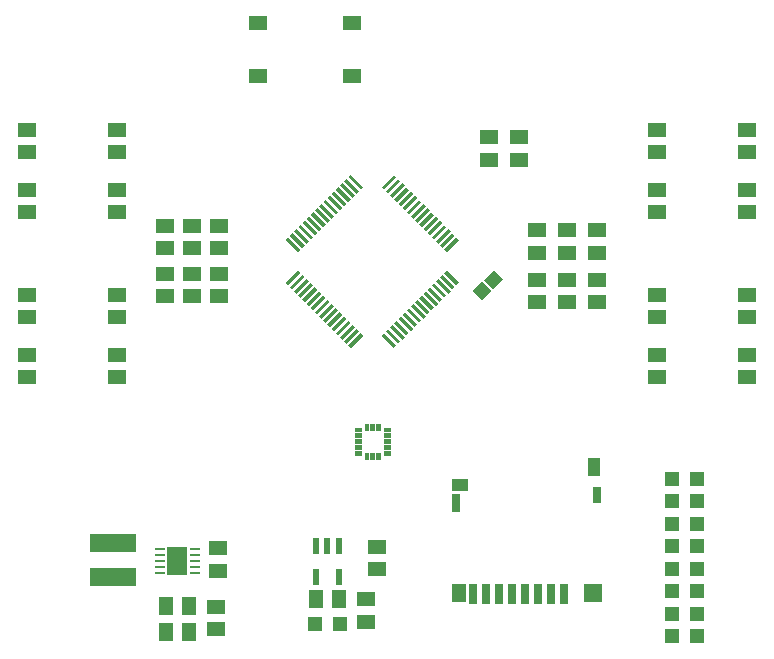
<source format=gbr>
G04 EAGLE Gerber RS-274X export*
G75*
%MOMM*%
%FSLAX34Y34*%
%LPD*%
%INSolderpaste Top*%
%IPPOS*%
%AMOC8*
5,1,8,0,0,1.08239X$1,22.5*%
G01*
%ADD10R,1.475000X0.300000*%
%ADD11R,0.700000X1.750000*%
%ADD12R,1.300000X1.500000*%
%ADD13R,1.500000X1.500000*%
%ADD14R,0.800000X1.500000*%
%ADD15R,1.450000X1.000000*%
%ADD16R,0.800000X1.400000*%
%ADD17R,1.000000X1.550000*%
%ADD18R,1.500000X1.300000*%
%ADD19R,1.550000X1.300000*%
%ADD20R,1.200000X1.200000*%
%ADD21R,0.508000X1.320800*%
%ADD22C,0.031500*%
%ADD23R,0.812800X0.254000*%
%ADD24R,1.752600X2.489200*%
%ADD25R,3.900000X1.600000*%
%ADD26R,1.092200X1.167350*%


D10*
G36*
X416415Y340103D02*
X426844Y350532D01*
X428965Y348411D01*
X418536Y337982D01*
X416415Y340103D01*
G37*
G36*
X412880Y343639D02*
X423309Y354068D01*
X425430Y351947D01*
X415001Y341518D01*
X412880Y343639D01*
G37*
G36*
X409344Y347174D02*
X419773Y357603D01*
X421894Y355482D01*
X411465Y345053D01*
X409344Y347174D01*
G37*
G36*
X405809Y350710D02*
X416238Y361139D01*
X418359Y359018D01*
X407930Y348589D01*
X405809Y350710D01*
G37*
G36*
X402273Y354245D02*
X412702Y364674D01*
X414823Y362553D01*
X404394Y352124D01*
X402273Y354245D01*
G37*
G36*
X398738Y357781D02*
X409167Y368210D01*
X411288Y366089D01*
X400859Y355660D01*
X398738Y357781D01*
G37*
G36*
X395202Y361316D02*
X405631Y371745D01*
X407752Y369624D01*
X397323Y359195D01*
X395202Y361316D01*
G37*
G36*
X391667Y364852D02*
X402096Y375281D01*
X404217Y373160D01*
X393788Y362731D01*
X391667Y364852D01*
G37*
G36*
X388131Y368388D02*
X398560Y378817D01*
X400681Y376696D01*
X390252Y366267D01*
X388131Y368388D01*
G37*
G36*
X384595Y371923D02*
X395024Y382352D01*
X397145Y380231D01*
X386716Y369802D01*
X384595Y371923D01*
G37*
G36*
X381060Y375459D02*
X391489Y385888D01*
X393610Y383767D01*
X383181Y373338D01*
X381060Y375459D01*
G37*
G36*
X377524Y378994D02*
X387953Y389423D01*
X390074Y387302D01*
X379645Y376873D01*
X377524Y378994D01*
G37*
G36*
X373989Y382530D02*
X384418Y392959D01*
X386539Y390838D01*
X376110Y380409D01*
X373989Y382530D01*
G37*
G36*
X370453Y386065D02*
X380882Y396494D01*
X383003Y394373D01*
X372574Y383944D01*
X370453Y386065D01*
G37*
G36*
X366918Y389601D02*
X377347Y400030D01*
X379468Y397909D01*
X369039Y387480D01*
X366918Y389601D01*
G37*
G36*
X363382Y393136D02*
X373811Y403565D01*
X375932Y401444D01*
X365503Y391015D01*
X363382Y393136D01*
G37*
G36*
X345697Y391015D02*
X335268Y401444D01*
X337389Y403565D01*
X347818Y393136D01*
X345697Y391015D01*
G37*
G36*
X342161Y387480D02*
X331732Y397909D01*
X333853Y400030D01*
X344282Y389601D01*
X342161Y387480D01*
G37*
G36*
X338626Y383944D02*
X328197Y394373D01*
X330318Y396494D01*
X340747Y386065D01*
X338626Y383944D01*
G37*
G36*
X335090Y380409D02*
X324661Y390838D01*
X326782Y392959D01*
X337211Y382530D01*
X335090Y380409D01*
G37*
G36*
X331555Y376873D02*
X321126Y387302D01*
X323247Y389423D01*
X333676Y378994D01*
X331555Y376873D01*
G37*
G36*
X328019Y373338D02*
X317590Y383767D01*
X319711Y385888D01*
X330140Y375459D01*
X328019Y373338D01*
G37*
G36*
X324484Y369802D02*
X314055Y380231D01*
X316176Y382352D01*
X326605Y371923D01*
X324484Y369802D01*
G37*
G36*
X320948Y366267D02*
X310519Y376696D01*
X312640Y378817D01*
X323069Y368388D01*
X320948Y366267D01*
G37*
G36*
X317412Y362731D02*
X306983Y373160D01*
X309104Y375281D01*
X319533Y364852D01*
X317412Y362731D01*
G37*
G36*
X313877Y359195D02*
X303448Y369624D01*
X305569Y371745D01*
X315998Y361316D01*
X313877Y359195D01*
G37*
G36*
X310341Y355660D02*
X299912Y366089D01*
X302033Y368210D01*
X312462Y357781D01*
X310341Y355660D01*
G37*
G36*
X306806Y352124D02*
X296377Y362553D01*
X298498Y364674D01*
X308927Y354245D01*
X306806Y352124D01*
G37*
G36*
X303270Y348589D02*
X292841Y359018D01*
X294962Y361139D01*
X305391Y350710D01*
X303270Y348589D01*
G37*
G36*
X299735Y345053D02*
X289306Y355482D01*
X291427Y357603D01*
X301856Y347174D01*
X299735Y345053D01*
G37*
G36*
X296199Y341518D02*
X285770Y351947D01*
X287891Y354068D01*
X298320Y343639D01*
X296199Y341518D01*
G37*
G36*
X292664Y337982D02*
X282235Y348411D01*
X284356Y350532D01*
X294785Y340103D01*
X292664Y337982D01*
G37*
G36*
X282235Y311989D02*
X292664Y322418D01*
X294785Y320297D01*
X284356Y309868D01*
X282235Y311989D01*
G37*
G36*
X285770Y308453D02*
X296199Y318882D01*
X298320Y316761D01*
X287891Y306332D01*
X285770Y308453D01*
G37*
G36*
X289306Y304918D02*
X299735Y315347D01*
X301856Y313226D01*
X291427Y302797D01*
X289306Y304918D01*
G37*
G36*
X292841Y301382D02*
X303270Y311811D01*
X305391Y309690D01*
X294962Y299261D01*
X292841Y301382D01*
G37*
G36*
X296377Y297847D02*
X306806Y308276D01*
X308927Y306155D01*
X298498Y295726D01*
X296377Y297847D01*
G37*
G36*
X299912Y294311D02*
X310341Y304740D01*
X312462Y302619D01*
X302033Y292190D01*
X299912Y294311D01*
G37*
G36*
X303448Y290776D02*
X313877Y301205D01*
X315998Y299084D01*
X305569Y288655D01*
X303448Y290776D01*
G37*
G36*
X306983Y287240D02*
X317412Y297669D01*
X319533Y295548D01*
X309104Y285119D01*
X306983Y287240D01*
G37*
G36*
X310519Y283704D02*
X320948Y294133D01*
X323069Y292012D01*
X312640Y281583D01*
X310519Y283704D01*
G37*
G36*
X314055Y280169D02*
X324484Y290598D01*
X326605Y288477D01*
X316176Y278048D01*
X314055Y280169D01*
G37*
G36*
X317590Y276633D02*
X328019Y287062D01*
X330140Y284941D01*
X319711Y274512D01*
X317590Y276633D01*
G37*
G36*
X321126Y273098D02*
X331555Y283527D01*
X333676Y281406D01*
X323247Y270977D01*
X321126Y273098D01*
G37*
G36*
X324661Y269562D02*
X335090Y279991D01*
X337211Y277870D01*
X326782Y267441D01*
X324661Y269562D01*
G37*
G36*
X328197Y266027D02*
X338626Y276456D01*
X340747Y274335D01*
X330318Y263906D01*
X328197Y266027D01*
G37*
G36*
X331732Y262491D02*
X342161Y272920D01*
X344282Y270799D01*
X333853Y260370D01*
X331732Y262491D01*
G37*
G36*
X335268Y258956D02*
X345697Y269385D01*
X347818Y267264D01*
X337389Y256835D01*
X335268Y258956D01*
G37*
G36*
X373811Y256835D02*
X363382Y267264D01*
X365503Y269385D01*
X375932Y258956D01*
X373811Y256835D01*
G37*
G36*
X377347Y260370D02*
X366918Y270799D01*
X369039Y272920D01*
X379468Y262491D01*
X377347Y260370D01*
G37*
G36*
X380882Y263906D02*
X370453Y274335D01*
X372574Y276456D01*
X383003Y266027D01*
X380882Y263906D01*
G37*
G36*
X384418Y267441D02*
X373989Y277870D01*
X376110Y279991D01*
X386539Y269562D01*
X384418Y267441D01*
G37*
G36*
X387953Y270977D02*
X377524Y281406D01*
X379645Y283527D01*
X390074Y273098D01*
X387953Y270977D01*
G37*
G36*
X391489Y274512D02*
X381060Y284941D01*
X383181Y287062D01*
X393610Y276633D01*
X391489Y274512D01*
G37*
G36*
X395024Y278048D02*
X384595Y288477D01*
X386716Y290598D01*
X397145Y280169D01*
X395024Y278048D01*
G37*
G36*
X398560Y281583D02*
X388131Y292012D01*
X390252Y294133D01*
X400681Y283704D01*
X398560Y281583D01*
G37*
G36*
X402096Y285119D02*
X391667Y295548D01*
X393788Y297669D01*
X404217Y287240D01*
X402096Y285119D01*
G37*
G36*
X405631Y288655D02*
X395202Y299084D01*
X397323Y301205D01*
X407752Y290776D01*
X405631Y288655D01*
G37*
G36*
X409167Y292190D02*
X398738Y302619D01*
X400859Y304740D01*
X411288Y294311D01*
X409167Y292190D01*
G37*
G36*
X412702Y295726D02*
X402273Y306155D01*
X404394Y308276D01*
X414823Y297847D01*
X412702Y295726D01*
G37*
G36*
X416238Y299261D02*
X405809Y309690D01*
X407930Y311811D01*
X418359Y301382D01*
X416238Y299261D01*
G37*
G36*
X419773Y302797D02*
X409344Y313226D01*
X411465Y315347D01*
X421894Y304918D01*
X419773Y302797D01*
G37*
G36*
X423309Y306332D02*
X412880Y316761D01*
X415001Y318882D01*
X425430Y308453D01*
X423309Y306332D01*
G37*
G36*
X426844Y309868D02*
X416415Y320297D01*
X418536Y322418D01*
X428965Y311989D01*
X426844Y309868D01*
G37*
D11*
X485140Y48260D03*
X474140Y48260D03*
X463140Y48260D03*
X452140Y48260D03*
X441140Y48260D03*
X496140Y48260D03*
X507140Y48260D03*
X518140Y48260D03*
D12*
X429140Y49510D03*
D13*
X542640Y49510D03*
D14*
X426640Y125510D03*
D15*
X429890Y140510D03*
D16*
X546140Y132010D03*
D17*
X543640Y156260D03*
D18*
X546100Y295300D03*
X546100Y314300D03*
X520700Y356210D03*
X520700Y337210D03*
X520700Y295300D03*
X520700Y314300D03*
X495300Y356210D03*
X495300Y337210D03*
X495300Y295300D03*
X495300Y314300D03*
X226060Y360020D03*
X226060Y341020D03*
X226060Y300380D03*
X226060Y319380D03*
X203200Y360020D03*
X203200Y341020D03*
X203200Y300380D03*
X203200Y319380D03*
X180340Y360020D03*
X180340Y341020D03*
X180340Y300380D03*
X180340Y319380D03*
X546100Y356210D03*
X546100Y337210D03*
D19*
X338200Y531770D03*
X258700Y531770D03*
X338200Y486770D03*
X258700Y486770D03*
D20*
X630260Y146050D03*
X609260Y146050D03*
X630260Y127000D03*
X609260Y127000D03*
X630260Y107950D03*
X609260Y107950D03*
X630260Y88900D03*
X609260Y88900D03*
X630260Y69850D03*
X609260Y69850D03*
X630260Y50800D03*
X609260Y50800D03*
X630260Y31750D03*
X609260Y31750D03*
X630260Y12700D03*
X609260Y12700D03*
D18*
X63500Y371500D03*
X63500Y390500D03*
X63500Y422300D03*
X63500Y441300D03*
X139700Y371500D03*
X139700Y390500D03*
X139700Y422300D03*
X139700Y441300D03*
X63500Y231800D03*
X63500Y250800D03*
X63500Y282600D03*
X63500Y301600D03*
X139700Y231800D03*
X139700Y250800D03*
X139700Y282600D03*
X139700Y301600D03*
X673100Y371500D03*
X673100Y390500D03*
X673100Y422300D03*
X673100Y441300D03*
X596900Y371500D03*
X596900Y390500D03*
X596900Y422300D03*
X596900Y441300D03*
X673100Y231800D03*
X673100Y250800D03*
X673100Y282600D03*
X673100Y301600D03*
X596900Y231800D03*
X596900Y250800D03*
X596900Y282600D03*
X596900Y301600D03*
X480060Y415950D03*
X480060Y434950D03*
X454660Y415950D03*
X454660Y434950D03*
X350520Y24790D03*
X350520Y43790D03*
D12*
X308000Y44450D03*
X327000Y44450D03*
D21*
X327000Y89154D03*
X317500Y89154D03*
X308000Y89154D03*
X308000Y63246D03*
X327000Y63246D03*
D20*
X328000Y22860D03*
X307000Y22860D03*
D18*
X359410Y88240D03*
X359410Y69240D03*
D22*
X365307Y169393D02*
X370293Y169393D01*
X370293Y166207D01*
X365307Y166207D01*
X365307Y169393D01*
X365307Y166506D02*
X370293Y166506D01*
X370293Y166805D02*
X365307Y166805D01*
X365307Y167104D02*
X370293Y167104D01*
X370293Y167403D02*
X365307Y167403D01*
X365307Y167702D02*
X370293Y167702D01*
X370293Y168001D02*
X365307Y168001D01*
X365307Y168300D02*
X370293Y168300D01*
X370293Y168599D02*
X365307Y168599D01*
X365307Y168898D02*
X370293Y168898D01*
X370293Y169197D02*
X365307Y169197D01*
X365307Y174393D02*
X370293Y174393D01*
X370293Y171207D01*
X365307Y171207D01*
X365307Y174393D01*
X365307Y171506D02*
X370293Y171506D01*
X370293Y171805D02*
X365307Y171805D01*
X365307Y172104D02*
X370293Y172104D01*
X370293Y172403D02*
X365307Y172403D01*
X365307Y172702D02*
X370293Y172702D01*
X370293Y173001D02*
X365307Y173001D01*
X365307Y173300D02*
X370293Y173300D01*
X370293Y173599D02*
X365307Y173599D01*
X365307Y173898D02*
X370293Y173898D01*
X370293Y174197D02*
X365307Y174197D01*
X365307Y179393D02*
X370293Y179393D01*
X370293Y176207D01*
X365307Y176207D01*
X365307Y179393D01*
X365307Y176506D02*
X370293Y176506D01*
X370293Y176805D02*
X365307Y176805D01*
X365307Y177104D02*
X370293Y177104D01*
X370293Y177403D02*
X365307Y177403D01*
X365307Y177702D02*
X370293Y177702D01*
X370293Y178001D02*
X365307Y178001D01*
X365307Y178300D02*
X370293Y178300D01*
X370293Y178599D02*
X365307Y178599D01*
X365307Y178898D02*
X370293Y178898D01*
X370293Y179197D02*
X365307Y179197D01*
X365307Y184393D02*
X370293Y184393D01*
X370293Y181207D01*
X365307Y181207D01*
X365307Y184393D01*
X365307Y181506D02*
X370293Y181506D01*
X370293Y181805D02*
X365307Y181805D01*
X365307Y182104D02*
X370293Y182104D01*
X370293Y182403D02*
X365307Y182403D01*
X365307Y182702D02*
X370293Y182702D01*
X370293Y183001D02*
X365307Y183001D01*
X365307Y183300D02*
X370293Y183300D01*
X370293Y183599D02*
X365307Y183599D01*
X365307Y183898D02*
X370293Y183898D01*
X370293Y184197D02*
X365307Y184197D01*
X365307Y189393D02*
X370293Y189393D01*
X370293Y186207D01*
X365307Y186207D01*
X365307Y189393D01*
X365307Y186506D02*
X370293Y186506D01*
X370293Y186805D02*
X365307Y186805D01*
X365307Y187104D02*
X370293Y187104D01*
X370293Y187403D02*
X365307Y187403D01*
X365307Y187702D02*
X370293Y187702D01*
X370293Y188001D02*
X365307Y188001D01*
X365307Y188300D02*
X370293Y188300D01*
X370293Y188599D02*
X365307Y188599D01*
X365307Y188898D02*
X370293Y188898D01*
X370293Y189197D02*
X365307Y189197D01*
X359007Y187507D02*
X359007Y192493D01*
X362193Y192493D01*
X362193Y187507D01*
X359007Y187507D01*
X359007Y187806D02*
X362193Y187806D01*
X362193Y188105D02*
X359007Y188105D01*
X359007Y188404D02*
X362193Y188404D01*
X362193Y188703D02*
X359007Y188703D01*
X359007Y189002D02*
X362193Y189002D01*
X362193Y189301D02*
X359007Y189301D01*
X359007Y189600D02*
X362193Y189600D01*
X362193Y189899D02*
X359007Y189899D01*
X359007Y190198D02*
X362193Y190198D01*
X362193Y190497D02*
X359007Y190497D01*
X359007Y190796D02*
X362193Y190796D01*
X362193Y191095D02*
X359007Y191095D01*
X359007Y191394D02*
X362193Y191394D01*
X362193Y191693D02*
X359007Y191693D01*
X359007Y191992D02*
X362193Y191992D01*
X362193Y192291D02*
X359007Y192291D01*
X354007Y192493D02*
X354007Y187507D01*
X354007Y192493D02*
X357193Y192493D01*
X357193Y187507D01*
X354007Y187507D01*
X354007Y187806D02*
X357193Y187806D01*
X357193Y188105D02*
X354007Y188105D01*
X354007Y188404D02*
X357193Y188404D01*
X357193Y188703D02*
X354007Y188703D01*
X354007Y189002D02*
X357193Y189002D01*
X357193Y189301D02*
X354007Y189301D01*
X354007Y189600D02*
X357193Y189600D01*
X357193Y189899D02*
X354007Y189899D01*
X354007Y190198D02*
X357193Y190198D01*
X357193Y190497D02*
X354007Y190497D01*
X354007Y190796D02*
X357193Y190796D01*
X357193Y191095D02*
X354007Y191095D01*
X354007Y191394D02*
X357193Y191394D01*
X357193Y191693D02*
X354007Y191693D01*
X354007Y191992D02*
X357193Y191992D01*
X357193Y192291D02*
X354007Y192291D01*
X349007Y192493D02*
X349007Y187507D01*
X349007Y192493D02*
X352193Y192493D01*
X352193Y187507D01*
X349007Y187507D01*
X349007Y187806D02*
X352193Y187806D01*
X352193Y188105D02*
X349007Y188105D01*
X349007Y188404D02*
X352193Y188404D01*
X352193Y188703D02*
X349007Y188703D01*
X349007Y189002D02*
X352193Y189002D01*
X352193Y189301D02*
X349007Y189301D01*
X349007Y189600D02*
X352193Y189600D01*
X352193Y189899D02*
X349007Y189899D01*
X349007Y190198D02*
X352193Y190198D01*
X352193Y190497D02*
X349007Y190497D01*
X349007Y190796D02*
X352193Y190796D01*
X352193Y191095D02*
X349007Y191095D01*
X349007Y191394D02*
X352193Y191394D01*
X352193Y191693D02*
X349007Y191693D01*
X349007Y191992D02*
X352193Y191992D01*
X352193Y192291D02*
X349007Y192291D01*
X345893Y186207D02*
X340907Y186207D01*
X340907Y189393D01*
X345893Y189393D01*
X345893Y186207D01*
X345893Y186506D02*
X340907Y186506D01*
X340907Y186805D02*
X345893Y186805D01*
X345893Y187104D02*
X340907Y187104D01*
X340907Y187403D02*
X345893Y187403D01*
X345893Y187702D02*
X340907Y187702D01*
X340907Y188001D02*
X345893Y188001D01*
X345893Y188300D02*
X340907Y188300D01*
X340907Y188599D02*
X345893Y188599D01*
X345893Y188898D02*
X340907Y188898D01*
X340907Y189197D02*
X345893Y189197D01*
X345893Y181207D02*
X340907Y181207D01*
X340907Y184393D01*
X345893Y184393D01*
X345893Y181207D01*
X345893Y181506D02*
X340907Y181506D01*
X340907Y181805D02*
X345893Y181805D01*
X345893Y182104D02*
X340907Y182104D01*
X340907Y182403D02*
X345893Y182403D01*
X345893Y182702D02*
X340907Y182702D01*
X340907Y183001D02*
X345893Y183001D01*
X345893Y183300D02*
X340907Y183300D01*
X340907Y183599D02*
X345893Y183599D01*
X345893Y183898D02*
X340907Y183898D01*
X340907Y184197D02*
X345893Y184197D01*
X345893Y176207D02*
X340907Y176207D01*
X340907Y179393D01*
X345893Y179393D01*
X345893Y176207D01*
X345893Y176506D02*
X340907Y176506D01*
X340907Y176805D02*
X345893Y176805D01*
X345893Y177104D02*
X340907Y177104D01*
X340907Y177403D02*
X345893Y177403D01*
X345893Y177702D02*
X340907Y177702D01*
X340907Y178001D02*
X345893Y178001D01*
X345893Y178300D02*
X340907Y178300D01*
X340907Y178599D02*
X345893Y178599D01*
X345893Y178898D02*
X340907Y178898D01*
X340907Y179197D02*
X345893Y179197D01*
X345893Y171207D02*
X340907Y171207D01*
X340907Y174393D01*
X345893Y174393D01*
X345893Y171207D01*
X345893Y171506D02*
X340907Y171506D01*
X340907Y171805D02*
X345893Y171805D01*
X345893Y172104D02*
X340907Y172104D01*
X340907Y172403D02*
X345893Y172403D01*
X345893Y172702D02*
X340907Y172702D01*
X340907Y173001D02*
X345893Y173001D01*
X345893Y173300D02*
X340907Y173300D01*
X340907Y173599D02*
X345893Y173599D01*
X345893Y173898D02*
X340907Y173898D01*
X340907Y174197D02*
X345893Y174197D01*
X345893Y166207D02*
X340907Y166207D01*
X340907Y169393D01*
X345893Y169393D01*
X345893Y166207D01*
X345893Y166506D02*
X340907Y166506D01*
X340907Y166805D02*
X345893Y166805D01*
X345893Y167104D02*
X340907Y167104D01*
X340907Y167403D02*
X345893Y167403D01*
X345893Y167702D02*
X340907Y167702D01*
X340907Y168001D02*
X345893Y168001D01*
X345893Y168300D02*
X340907Y168300D01*
X340907Y168599D02*
X345893Y168599D01*
X345893Y168898D02*
X340907Y168898D01*
X340907Y169197D02*
X345893Y169197D01*
X352193Y168093D02*
X352193Y163107D01*
X349007Y163107D01*
X349007Y168093D01*
X352193Y168093D01*
X352193Y163406D02*
X349007Y163406D01*
X349007Y163705D02*
X352193Y163705D01*
X352193Y164004D02*
X349007Y164004D01*
X349007Y164303D02*
X352193Y164303D01*
X352193Y164602D02*
X349007Y164602D01*
X349007Y164901D02*
X352193Y164901D01*
X352193Y165200D02*
X349007Y165200D01*
X349007Y165499D02*
X352193Y165499D01*
X352193Y165798D02*
X349007Y165798D01*
X349007Y166097D02*
X352193Y166097D01*
X352193Y166396D02*
X349007Y166396D01*
X349007Y166695D02*
X352193Y166695D01*
X352193Y166994D02*
X349007Y166994D01*
X349007Y167293D02*
X352193Y167293D01*
X352193Y167592D02*
X349007Y167592D01*
X349007Y167891D02*
X352193Y167891D01*
X357193Y168093D02*
X357193Y163107D01*
X354007Y163107D01*
X354007Y168093D01*
X357193Y168093D01*
X357193Y163406D02*
X354007Y163406D01*
X354007Y163705D02*
X357193Y163705D01*
X357193Y164004D02*
X354007Y164004D01*
X354007Y164303D02*
X357193Y164303D01*
X357193Y164602D02*
X354007Y164602D01*
X354007Y164901D02*
X357193Y164901D01*
X357193Y165200D02*
X354007Y165200D01*
X354007Y165499D02*
X357193Y165499D01*
X357193Y165798D02*
X354007Y165798D01*
X354007Y166097D02*
X357193Y166097D01*
X357193Y166396D02*
X354007Y166396D01*
X354007Y166695D02*
X357193Y166695D01*
X357193Y166994D02*
X354007Y166994D01*
X354007Y167293D02*
X357193Y167293D01*
X357193Y167592D02*
X354007Y167592D01*
X354007Y167891D02*
X357193Y167891D01*
X362193Y168093D02*
X362193Y163107D01*
X359007Y163107D01*
X359007Y168093D01*
X362193Y168093D01*
X362193Y163406D02*
X359007Y163406D01*
X359007Y163705D02*
X362193Y163705D01*
X362193Y164004D02*
X359007Y164004D01*
X359007Y164303D02*
X362193Y164303D01*
X362193Y164602D02*
X359007Y164602D01*
X359007Y164901D02*
X362193Y164901D01*
X362193Y165200D02*
X359007Y165200D01*
X359007Y165499D02*
X362193Y165499D01*
X362193Y165798D02*
X359007Y165798D01*
X359007Y166097D02*
X362193Y166097D01*
X362193Y166396D02*
X359007Y166396D01*
X359007Y166695D02*
X362193Y166695D01*
X362193Y166994D02*
X359007Y166994D01*
X359007Y167293D02*
X362193Y167293D01*
X362193Y167592D02*
X359007Y167592D01*
X359007Y167891D02*
X362193Y167891D01*
D23*
X205232Y66197D03*
X205232Y71199D03*
X205232Y76200D03*
X205232Y81201D03*
X205232Y86203D03*
X175768Y86203D03*
X175768Y81201D03*
X175768Y76200D03*
X175768Y71199D03*
X175768Y66197D03*
D24*
X190500Y76200D03*
D18*
X224790Y86970D03*
X224790Y67970D03*
D12*
X181000Y16510D03*
X200000Y16510D03*
D18*
X223520Y18440D03*
X223520Y37440D03*
D12*
X200000Y38100D03*
X181000Y38100D03*
D25*
X135890Y62970D03*
X135890Y91970D03*
D26*
G36*
X448892Y313105D02*
X456615Y305382D01*
X448362Y297129D01*
X440639Y304852D01*
X448892Y313105D01*
G37*
G36*
X458418Y322631D02*
X466141Y314908D01*
X457888Y306655D01*
X450165Y314378D01*
X458418Y322631D01*
G37*
M02*

</source>
